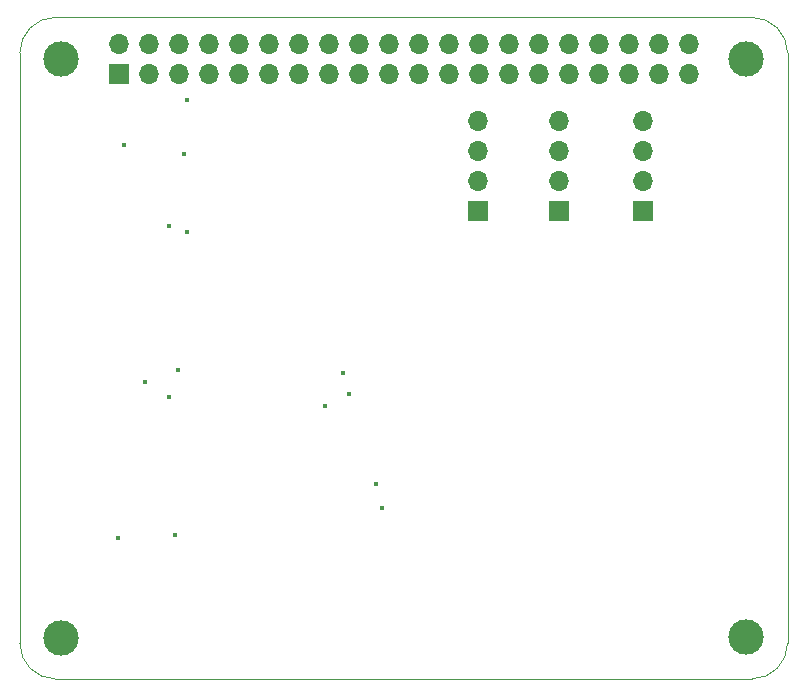
<source format=gbr>
G04 #@! TF.GenerationSoftware,KiCad,Pcbnew,(6.0.4)*
G04 #@! TF.CreationDate,2022-07-17T15:07:22+02:00*
G04 #@! TF.ProjectId,EDU_V2_Hat,4544555f-5632-45f4-9861-742e6b696361,rev?*
G04 #@! TF.SameCoordinates,Original*
G04 #@! TF.FileFunction,Copper,L2,Inr*
G04 #@! TF.FilePolarity,Positive*
%FSLAX46Y46*%
G04 Gerber Fmt 4.6, Leading zero omitted, Abs format (unit mm)*
G04 Created by KiCad (PCBNEW (6.0.4)) date 2022-07-17 15:07:22*
%MOMM*%
%LPD*%
G01*
G04 APERTURE LIST*
G04 #@! TA.AperFunction,Profile*
%ADD10C,0.100000*%
G04 #@! TD*
G04 #@! TA.AperFunction,WasherPad*
%ADD11C,3.000000*%
G04 #@! TD*
G04 #@! TA.AperFunction,ComponentPad*
%ADD12R,1.700000X1.700000*%
G04 #@! TD*
G04 #@! TA.AperFunction,ComponentPad*
%ADD13O,1.700000X1.700000*%
G04 #@! TD*
G04 #@! TA.AperFunction,ViaPad*
%ADD14C,0.400000*%
G04 #@! TD*
G04 APERTURE END LIST*
D10*
X143546356Y-113817611D02*
X143546356Y-63817611D01*
X78546356Y-63817611D02*
X78546356Y-113817611D01*
X140546356Y-116817556D02*
G75*
G03*
X143546351Y-113822847I44J2999956D01*
G01*
X140546356Y-60817611D02*
X81546356Y-60817611D01*
X81546356Y-116817611D02*
X140546356Y-116817611D01*
X143546389Y-63817611D02*
G75*
G03*
X140546356Y-60817611I-2999989J11D01*
G01*
X81546356Y-60817556D02*
G75*
G03*
X78546356Y-63817611I44J-3000044D01*
G01*
X78546389Y-113817611D02*
G75*
G03*
X81546356Y-116817611I3000011J11D01*
G01*
D11*
X82040000Y-64310000D03*
X140040000Y-64330000D03*
X82040000Y-113320000D03*
X140030000Y-113310000D03*
D12*
X117358000Y-77226000D03*
D13*
X117358000Y-74686000D03*
X117358000Y-72146000D03*
X117358000Y-69606000D03*
D12*
X131328000Y-77236000D03*
D13*
X131328000Y-74696000D03*
X131328000Y-72156000D03*
X131328000Y-69616000D03*
D12*
X124216000Y-77226000D03*
D13*
X124216000Y-74686000D03*
X124216000Y-72146000D03*
X124216000Y-69606000D03*
D12*
X86920000Y-65590000D03*
D13*
X86920000Y-63050000D03*
X89460000Y-65590000D03*
X89460000Y-63050000D03*
X92000000Y-65590000D03*
X92000000Y-63050000D03*
X94540000Y-65590000D03*
X94540000Y-63050000D03*
X97080000Y-65590000D03*
X97080000Y-63050000D03*
X99620000Y-65590000D03*
X99620000Y-63050000D03*
X102160000Y-65590000D03*
X102160000Y-63050000D03*
X104700000Y-65590000D03*
X104700000Y-63050000D03*
X107240000Y-65590000D03*
X107240000Y-63050000D03*
X109780000Y-65590000D03*
X109780000Y-63050000D03*
X112320000Y-65590000D03*
X112320000Y-63050000D03*
X114860000Y-65590000D03*
X114860000Y-63050000D03*
X117400000Y-65590000D03*
X117400000Y-63050000D03*
X119940000Y-65590000D03*
X119940000Y-63050000D03*
X122480000Y-65590000D03*
X122480000Y-63050000D03*
X125020000Y-65590000D03*
X125020000Y-63050000D03*
X127560000Y-65590000D03*
X127560000Y-63050000D03*
X130100000Y-65590000D03*
X130100000Y-63050000D03*
X132640000Y-65590000D03*
X132640000Y-63050000D03*
X135180000Y-65590000D03*
X135180000Y-63050000D03*
D14*
X86868000Y-104902000D03*
X105918000Y-90932000D03*
X104394000Y-93726000D03*
X109220000Y-102362000D03*
X92456000Y-72390000D03*
X91948000Y-90678000D03*
X92710000Y-67818000D03*
X87376000Y-71628000D03*
X91694000Y-104648000D03*
X91186000Y-92964000D03*
X92710000Y-78994000D03*
X106426000Y-92710000D03*
X89154000Y-91694000D03*
X91186000Y-78486000D03*
X108712000Y-100330000D03*
M02*

</source>
